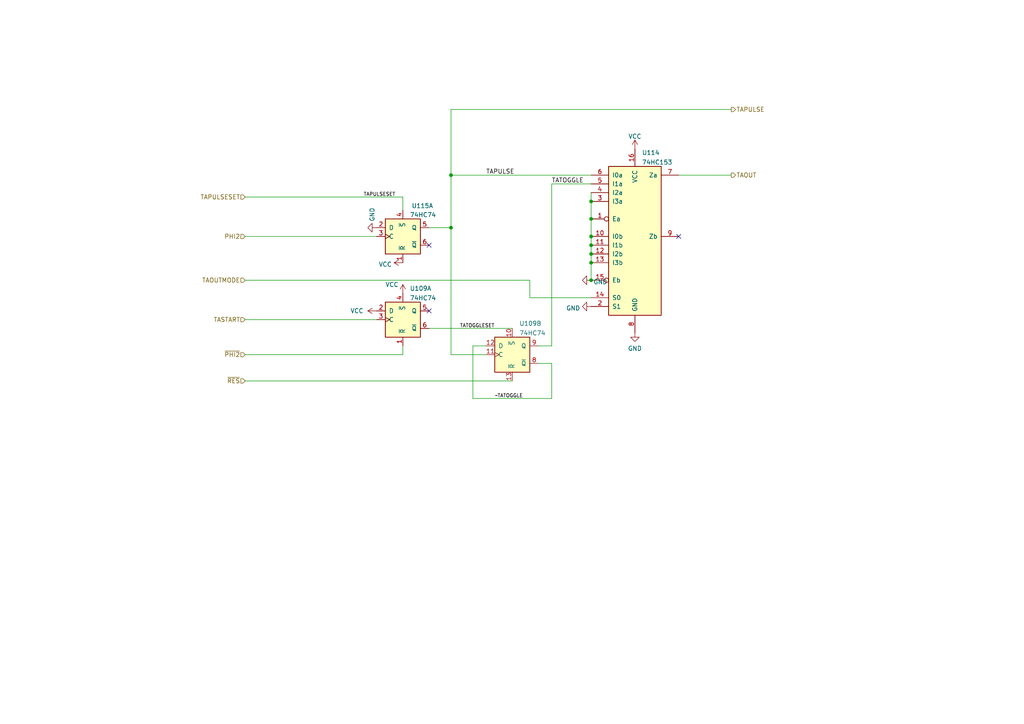
<source format=kicad_sch>
(kicad_sch (version 20211123) (generator eeschema)
  (paper "A4")
  (lib_symbols
    (symbol "74xx:74HC74" (pin_names (offset 1.016))
      (property "Reference" "U" (at -7.62 8.89 0))
      (property "Value" "74HC74" (at -7.62 -8.89 0))
      (symbol "74HC74_1_0"
        (pin input line (at 0 -7.62 90) (length 2.54) (name "~{R}") (number "1"))
        (pin input line (at -7.62 2.54 0) (length 2.54) (name "D") (number "2"))
        (pin input clock (at -7.62 0 0) (length 2.54) (name "C") (number "3"))
        (pin input line (at 0 7.62 270) (length 2.54) (name "~{S}") (number "4"))
        (pin output line (at 7.62 2.54 180) (length 2.54) (name "Q") (number "5"))
        (pin output line (at 7.62 -2.54 180) (length 2.54) (name "~{Q}") (number "6"))
      )
      (symbol "74HC74_1_1"
        (rectangle (start -5.08 5.08) (end 5.08 -5.08) (stroke (width 0.254)) (fill (type background)))
      )
      (symbol "74HC74_2_0"
        (pin input line (at 0 7.62 270) (length 2.54) (name "~{S}") (number "10"))
        (pin input clock (at -7.62 0 0) (length 2.54) (name "C") (number "11"))
        (pin input line (at -7.62 2.54 0) (length 2.54) (name "D") (number "12"))
        (pin input line (at 0 -7.62 90) (length 2.54) (name "~{R}") (number "13"))
        (pin output line (at 7.62 -2.54 180) (length 2.54) (name "~{Q}") (number "8"))
        (pin output line (at 7.62 2.54 180) (length 2.54) (name "Q") (number "9"))
      )
      (symbol "74HC74_2_1"
        (rectangle (start -5.08 5.08) (end 5.08 -5.08) (stroke (width 0.254)) (fill (type background)))
      )
      (symbol "74HC74_3_0"
        (pin power_in line (at 0 10.16 270) (length 2.54) (name "VCC") (number "14"))
        (pin power_in line (at 0 -10.16 90) (length 2.54) (name "GND") (number "7"))
      )
      (symbol "74HC74_3_1"
        (rectangle (start -5.08 7.62) (end 5.08 -7.62) (stroke (width 0.254)) (fill (type background)))
      )
    )
    (symbol "74xx:74LS153" (pin_names (offset 1.016))
      (property "Reference" "U" (at -7.62 21.59 0))
      (property "Value" "74LS153" (at -7.62 -24.13 0))
      (symbol "74LS153_1_0"
        (pin input inverted (at -12.7 5.08 0) (length 5.08) (name "Ea") (number "1"))
        (pin input line (at -12.7 0 0) (length 5.08) (name "I0b") (number "10"))
        (pin input line (at -12.7 -2.54 0) (length 5.08) (name "I1b") (number "11"))
        (pin input line (at -12.7 -5.08 0) (length 5.08) (name "I2b") (number "12"))
        (pin input line (at -12.7 -7.62 0) (length 5.08) (name "I3b") (number "13"))
        (pin input line (at -12.7 -17.78 0) (length 5.08) (name "S0") (number "14"))
        (pin input inverted (at -12.7 -12.7 0) (length 5.08) (name "Eb") (number "15"))
        (pin power_in line (at 0 25.4 270) (length 5.08) (name "VCC") (number "16"))
        (pin input line (at -12.7 -20.32 0) (length 5.08) (name "S1") (number "2"))
        (pin input line (at -12.7 10.16 0) (length 5.08) (name "I3a") (number "3"))
        (pin input line (at -12.7 12.7 0) (length 5.08) (name "I2a") (number "4"))
        (pin input line (at -12.7 15.24 0) (length 5.08) (name "I1a") (number "5"))
        (pin input line (at -12.7 17.78 0) (length 5.08) (name "I0a") (number "6"))
        (pin output line (at 12.7 17.78 180) (length 5.08) (name "Za") (number "7"))
        (pin power_in line (at 0 -27.94 90) (length 5.08) (name "GND") (number "8"))
        (pin output line (at 12.7 0 180) (length 5.08) (name "Zb") (number "9"))
      )
      (symbol "74LS153_1_1"
        (rectangle (start -7.62 20.32) (end 7.62 -22.86) (stroke (width 0.254)) (fill (type background)))
      )
    )
    (symbol "power:GND" (power) (pin_names (offset 0))
      (property "Value" "GND" (at 0 -3.81 0))
      (symbol "GND_0_1"
        (polyline (pts (xy 0 0) (xy 0 -1.27) (xy 1.27 -1.27) (xy 0 -2.54) (xy -1.27 -1.27) (xy 0 -1.27)))
      )
      (symbol "GND_1_1"
        (pin power_in line (at 0 0 270) (length 0) hide (name "GND") (number "1"))
      )
    )
    (symbol "power:VCC" (power) (pin_names (offset 0))
      (property "Value" "VCC" (at 0 3.81 0))
      (symbol "VCC_0_1"
        (polyline (pts (xy -0.762 1.27) (xy 0 2.54)))
        (polyline (pts (xy 0 0) (xy 0 2.54)))
        (polyline (pts (xy 0 2.54) (xy 0.762 1.27)))
      )
      (symbol "VCC_1_1"
        (pin power_in line (at 0 0 90) (length 0) hide (name "VCC") (number "1"))
      )
    )
  )
  (junction (at 171.45 68.58))
  (junction (at 171.45 58.42))
  (junction (at 171.45 76.2))
  (junction (at 171.45 71.12))
  (junction (at 171.45 63.5))
  (junction (at 171.45 81.28))
  (junction (at 130.81 66.04))
  (junction (at 130.81 50.8))
  (junction (at 171.45 73.66))
  (no_connect (at 196.85 68.58))
  (no_connect (at 124.46 71.12))
  (no_connect (at 124.46 90.17))
  (wire (pts (xy 160.02 53.34) (xy 171.45 53.34)))
  (wire (pts (xy 171.45 73.66) (xy 171.45 76.2)))
  (wire (pts (xy 171.45 71.12) (xy 171.45 73.66)))
  (wire (pts (xy 160.02 53.34) (xy 160.02 100.33)))
  (wire (pts (xy 116.84 57.15) (xy 116.84 60.96)))
  (wire (pts (xy 130.81 50.8) (xy 171.45 50.8)))
  (wire (pts (xy 156.21 100.33) (xy 160.02 100.33)))
  (wire (pts (xy 171.45 58.42) (xy 171.45 63.5)))
  (wire (pts (xy 124.46 95.25) (xy 148.59 95.25)))
  (wire (pts (xy 124.46 66.04) (xy 130.81 66.04)))
  (wire (pts (xy 130.81 50.8) (xy 130.81 66.04)))
  (wire (pts (xy 71.12 81.28) (xy 153.67 81.28)))
  (wire (pts (xy 137.16 100.33) (xy 140.97 100.33)))
  (wire (pts (xy 130.81 102.87) (xy 140.97 102.87)))
  (wire (pts (xy 71.12 110.49) (xy 148.59 110.49)))
  (wire (pts (xy 116.84 102.87) (xy 116.84 100.33)))
  (wire (pts (xy 130.81 31.75) (xy 212.09 31.75)))
  (wire (pts (xy 71.12 102.87) (xy 116.84 102.87)))
  (wire (pts (xy 137.16 115.57) (xy 137.16 100.33)))
  (wire (pts (xy 130.81 50.8) (xy 130.81 31.75)))
  (wire (pts (xy 171.45 76.2) (xy 171.45 81.28)))
  (wire (pts (xy 71.12 68.58) (xy 109.22 68.58)))
  (wire (pts (xy 196.85 50.8) (xy 212.09 50.8)))
  (wire (pts (xy 171.45 55.88) (xy 171.45 58.42)))
  (wire (pts (xy 71.12 92.71) (xy 109.22 92.71)))
  (wire (pts (xy 153.67 86.36) (xy 171.45 86.36)))
  (wire (pts (xy 160.02 105.41) (xy 160.02 115.57)))
  (wire (pts (xy 153.67 81.28) (xy 153.67 86.36)))
  (wire (pts (xy 71.12 57.15) (xy 116.84 57.15)))
  (wire (pts (xy 160.02 115.57) (xy 137.16 115.57)))
  (wire (pts (xy 130.81 66.04) (xy 130.81 102.87)))
  (wire (pts (xy 171.45 63.5) (xy 171.45 68.58)))
  (wire (pts (xy 156.21 105.41) (xy 160.02 105.41)))
  (wire (pts (xy 171.45 68.58) (xy 171.45 71.12)))
  (label "TATOGGLESET" (at 133.35 95.25 0) (effects (font (size 1.016 1.016))))
  (label "TAPULSESET" (at 105.41 57.15 0) (effects (font (size 1.016 1.016))))
  (label "~TATOGGLE" (at 143.51 115.57 0) (effects (font (size 1.016 1.016))))
  (label "TATOGGLE" (at 160.02 53.34 0))
  (label "TAPULSE" (at 140.97 50.8 0))
  (hierarchical_label "TAOUTMODE" (shape input) (at 71.12 81.28 180))
  (hierarchical_label "TAPULSESET" (shape input) (at 71.12 57.15 180))
  (hierarchical_label "~{RES}" (shape input) (at 71.12 110.49 180))
  (hierarchical_label "~{PHI2}" (shape input) (at 71.12 102.87 180))
  (hierarchical_label "TASTART" (shape input) (at 71.12 92.71 180))
  (hierarchical_label "PHI2" (shape input) (at 71.12 68.58 180))
  (hierarchical_label "TAPULSE" (shape output) (at 212.09 31.75 0))
  (hierarchical_label "TAOUT" (shape output) (at 212.09 50.8 0))
  (symbol (lib_id "power:GND") (at 184.15 96.52 0) (unit 1)
    (property "Reference" "#PWR0139" (effects hide))
    (property "Value" "GND" (at 184.15 101.0825 0))
  )
  (symbol (lib_id "power:VCC") (at 109.22 90.17 90) (unit 1)
    (property "Reference" "#PWR0131" (effects hide))
    (property "Value" "VCC" (at 101.6 90.17 90) (effects (justify right)))
  )
  (symbol (lib_id "power:VCC") (at 116.84 76.2 90) (unit 1)
    (property "Reference" "#PWR0132" (effects hide))
    (property "Value" "VCC" (at 113.665 76.679 90) (effects (justify left)))
  )
  (symbol (lib_id "74xx:74HC74") (at 116.84 68.58 0) (unit 1)
    (property "Reference" "U115" (at 119.38 59.69 0) (effects (justify left)))
    (property "Value" "74HC74" (at 118.8594 62.3086 0) (effects (justify left)))
    (property "Footprint" "Package_SO:SO-14_3.9x8.65mm_P1.27mm" (effects hide))
    (property "Datasheet" "74xx/74hc_hct74.pdf" (effects hide))
  )
  (symbol (lib_id "74xx:74HC74") (at 148.59 102.87 0) (unit 2)
    (property "Reference" "U109" (at 150.6094 93.8235 0) (effects (justify left)))
    (property "Value" "74HC74" (at 150.6094 96.5986 0) (effects (justify left)))
    (property "Footprint" "Package_SO:SO-14_3.9x8.65mm_P1.27mm" (effects hide))
    (property "Datasheet" "74xx/74hc_hct74.pdf" (effects hide))
  )
  (symbol (lib_id "74xx:74HC74") (at 116.84 92.71 0) (unit 1)
    (property "Reference" "U109" (at 118.8594 83.6635 0) (effects (justify left)))
    (property "Value" "74HC74" (at 118.8594 86.4386 0) (effects (justify left)))
    (property "Footprint" "Package_SO:SO-14_3.9x8.65mm_P1.27mm" (effects hide))
    (property "Datasheet" "74xx/74hc_hct74.pdf" (effects hide))
  )
  (symbol (lib_id "74xx:74LS153") (at 184.15 68.58 0) (unit 1)
    (property "Reference" "U114" (at 186.1694 44.2935 0) (effects (justify left)))
    (property "Value" "74HC153" (at 186.1694 47.0686 0) (effects (justify left)))
    (property "Footprint" "Package_SO:SOIC-16_3.9x9.9mm_P1.27mm" (effects hide))
    (property "Datasheet" "http://www.ti.com/lit/gpn/sn74LS153" (effects hide))
  )
  (symbol (lib_id "power:VCC") (at 116.84 85.09 0) (unit 1)
    (property "Reference" "#PWR0168" (effects hide))
    (property "Value" "VCC" (at 111.76 82.55 0) (effects (justify left)))
  )
  (symbol (lib_id "power:GND") (at 171.45 81.28 270) (unit 1)
    (property "Reference" "#PWR0135" (effects hide))
    (property "Value" "GND" (at 172.085 81.759 90) (effects (justify left)))
  )
  (symbol (lib_id "power:GND") (at 171.45 88.9 270) (unit 1)
    (property "Reference" "#PWR0136" (effects hide))
    (property "Value" "GND" (at 168.2751 89.379 90) (effects (justify right)))
  )
  (symbol (lib_id "power:GND") (at 109.22 66.04 270) (unit 1)
    (property "Reference" "#PWR0130" (effects hide))
    (property "Value" "GND" (at 107.95 62.23 0))
  )
  (symbol (lib_id "power:VCC") (at 184.15 43.18 0) (unit 1)
    (property "Reference" "#PWR0138" (effects hide))
    (property "Value" "VCC" (at 184.15 39.5755 0))
  )
)
</source>
